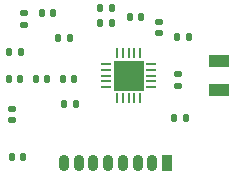
<source format=gbr>
%TF.GenerationSoftware,KiCad,Pcbnew,7.0.7*%
%TF.CreationDate,2024-12-08T13:35:25-04:00*%
%TF.ProjectId,Tarea Final,54617265-6120-4466-996e-616c2e6b6963,rev?*%
%TF.SameCoordinates,Original*%
%TF.FileFunction,Soldermask,Top*%
%TF.FilePolarity,Negative*%
%FSLAX46Y46*%
G04 Gerber Fmt 4.6, Leading zero omitted, Abs format (unit mm)*
G04 Created by KiCad (PCBNEW 7.0.7) date 2024-12-08 13:35:25*
%MOMM*%
%LPD*%
G01*
G04 APERTURE LIST*
G04 Aperture macros list*
%AMRoundRect*
0 Rectangle with rounded corners*
0 $1 Rounding radius*
0 $2 $3 $4 $5 $6 $7 $8 $9 X,Y pos of 4 corners*
0 Add a 4 corners polygon primitive as box body*
4,1,4,$2,$3,$4,$5,$6,$7,$8,$9,$2,$3,0*
0 Add four circle primitives for the rounded corners*
1,1,$1+$1,$2,$3*
1,1,$1+$1,$4,$5*
1,1,$1+$1,$6,$7*
1,1,$1+$1,$8,$9*
0 Add four rect primitives between the rounded corners*
20,1,$1+$1,$2,$3,$4,$5,0*
20,1,$1+$1,$4,$5,$6,$7,0*
20,1,$1+$1,$6,$7,$8,$9,0*
20,1,$1+$1,$8,$9,$2,$3,0*%
G04 Aperture macros list end*
%ADD10R,1.800000X1.000000*%
%ADD11R,2.500000X2.500000*%
%ADD12RoundRect,0.062500X0.350000X-0.062500X0.350000X0.062500X-0.350000X0.062500X-0.350000X-0.062500X0*%
%ADD13RoundRect,0.062500X0.062500X-0.350000X0.062500X0.350000X-0.062500X0.350000X-0.062500X-0.350000X0*%
%ADD14RoundRect,0.135000X0.135000X0.185000X-0.135000X0.185000X-0.135000X-0.185000X0.135000X-0.185000X0*%
%ADD15RoundRect,0.135000X-0.135000X-0.185000X0.135000X-0.185000X0.135000X0.185000X-0.135000X0.185000X0*%
%ADD16RoundRect,0.147500X0.172500X-0.147500X0.172500X0.147500X-0.172500X0.147500X-0.172500X-0.147500X0*%
%ADD17RoundRect,0.147500X0.147500X0.172500X-0.147500X0.172500X-0.147500X-0.172500X0.147500X-0.172500X0*%
%ADD18RoundRect,0.147500X-0.172500X0.147500X-0.172500X-0.147500X0.172500X-0.147500X0.172500X0.147500X0*%
%ADD19O,0.900000X1.400000*%
%ADD20RoundRect,0.225000X0.225000X0.475000X-0.225000X0.475000X-0.225000X-0.475000X0.225000X-0.475000X0*%
%ADD21RoundRect,0.140000X-0.140000X-0.170000X0.140000X-0.170000X0.140000X0.170000X-0.140000X0.170000X0*%
%ADD22RoundRect,0.140000X0.140000X0.170000X-0.140000X0.170000X-0.140000X-0.170000X0.140000X-0.170000X0*%
%ADD23RoundRect,0.140000X-0.170000X0.140000X-0.170000X-0.140000X0.170000X-0.140000X0.170000X0.140000X0*%
G04 APERTURE END LIST*
D10*
%TO.C,Y1*%
X164338000Y-84348000D03*
X164338000Y-86848000D03*
%TD*%
D11*
%TO.C,U1*%
X156718000Y-85598000D03*
D12*
X154780500Y-86598000D03*
X154780500Y-86098000D03*
X154780500Y-85598000D03*
X154780500Y-85098000D03*
X154780500Y-84598000D03*
D13*
X155718000Y-83660500D03*
X156218000Y-83660500D03*
X156718000Y-83660500D03*
X157218000Y-83660500D03*
X157718000Y-83660500D03*
D12*
X158655500Y-84598000D03*
X158655500Y-85098000D03*
X158655500Y-85598000D03*
X158655500Y-86098000D03*
X158655500Y-86598000D03*
D13*
X157718000Y-87535500D03*
X157218000Y-87535500D03*
X156718000Y-87535500D03*
X156218000Y-87535500D03*
X155718000Y-87535500D03*
%TD*%
D14*
%TO.C,R2*%
X160780000Y-82296000D03*
X161800000Y-82296000D03*
%TD*%
D15*
%TO.C,R1*%
X161546000Y-89154000D03*
X160526000Y-89154000D03*
%TD*%
D16*
%TO.C,L4*%
X147828000Y-81280000D03*
X147828000Y-80310000D03*
%TD*%
D17*
%TO.C,L3*%
X151153000Y-85852000D03*
X152123000Y-85852000D03*
%TD*%
%TO.C,L2*%
X156835000Y-80635000D03*
X157805000Y-80635000D03*
%TD*%
D18*
%TO.C,L1*%
X159258000Y-82019000D03*
X159258000Y-81049000D03*
%TD*%
D19*
%TO.C,J1*%
X151230000Y-92964000D03*
X152480000Y-92964000D03*
X153730000Y-92964000D03*
X154980000Y-92964000D03*
X156230000Y-92964000D03*
X157480000Y-92964000D03*
X158730000Y-92964000D03*
D20*
X159980000Y-92964000D03*
%TD*%
D21*
%TO.C,C11*%
X150340000Y-80264000D03*
X149380000Y-80264000D03*
%TD*%
%TO.C,C10*%
X147574000Y-83566000D03*
X146614000Y-83566000D03*
%TD*%
%TO.C,C9*%
X147546000Y-85852000D03*
X146586000Y-85852000D03*
%TD*%
D22*
%TO.C,C8*%
X154323000Y-81143000D03*
X155283000Y-81143000D03*
%TD*%
%TO.C,C7*%
X148872000Y-85852000D03*
X149832000Y-85852000D03*
%TD*%
%TO.C,C6*%
X154323000Y-79873000D03*
X155283000Y-79873000D03*
%TD*%
D23*
%TO.C,C5*%
X146812000Y-89380000D03*
X146812000Y-88420000D03*
%TD*%
%TO.C,C4*%
X160899000Y-86449000D03*
X160899000Y-85489000D03*
%TD*%
D21*
%TO.C,C3*%
X147772000Y-92456000D03*
X146812000Y-92456000D03*
%TD*%
%TO.C,C2*%
X152235000Y-88001000D03*
X151275000Y-88001000D03*
%TD*%
%TO.C,C1*%
X151727000Y-82413000D03*
X150767000Y-82413000D03*
%TD*%
M02*

</source>
